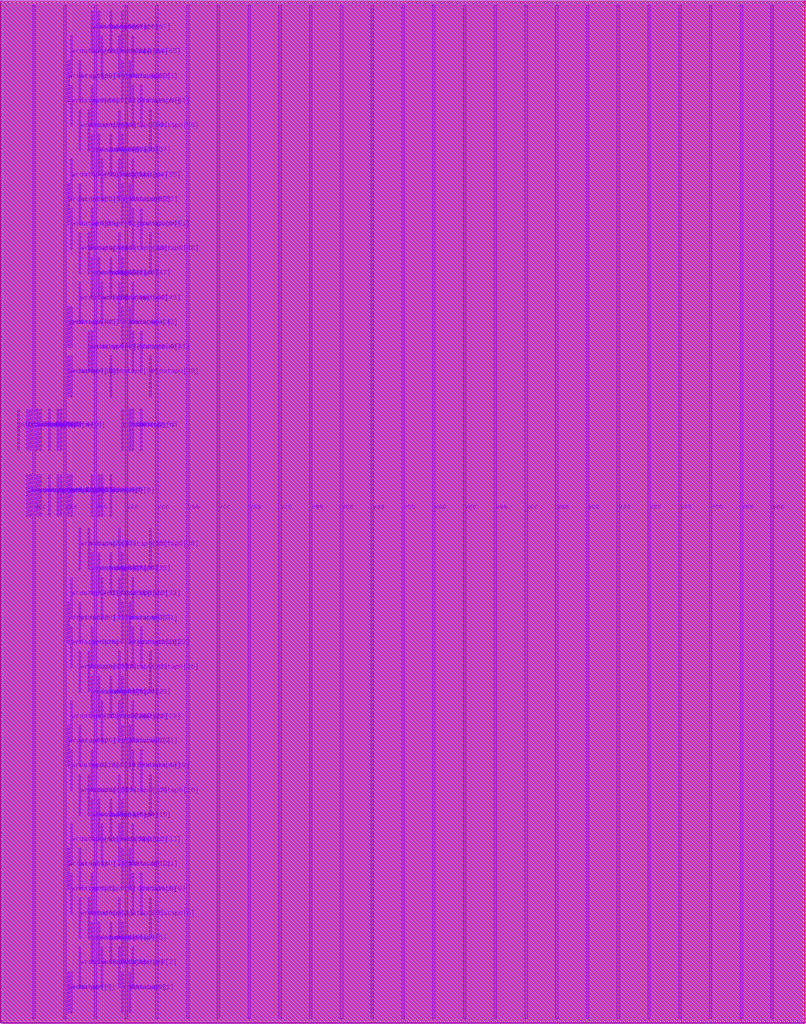
<source format=lef>
VERSION 5.8 ;
BUSBITCHARS "[]" ;
DIVIDERCHAR "/" ;

UNITS
  DATABASE MICRONS 4000 ;
END UNITS

MANUFACTURINGGRID 0.0005 ;

MACRO arf066b128e1r1w0cbbehsaa4acw
  CLASS BLOCK ;
  ORIGIN 0 0 ;
  FOREIGN arf066b128e1r1w0cbbehsaa4acw 0 0 ;
  SIZE 23.4 BY 29.76 ;
  PIN ckrdp0
    DIRECTION INPUT ;
    USE SIGNAL ;
    PORT
      LAYER m7 ;
        RECT 3.472 16.68 3.516 17.88 ;
    END
  END ckrdp0
  PIN ckwrp0
    DIRECTION INPUT ;
    USE SIGNAL ;
    PORT
      LAYER m7 ;
        RECT 0.684 14.76 0.728 15.96 ;
    END
  END ckwrp0
  PIN rdaddrp0[0]
    DIRECTION INPUT ;
    USE SIGNAL ;
    PORT
      LAYER m7 ;
        RECT 0.684 16.68 0.728 17.88 ;
    END
  END rdaddrp0[0]
  PIN rdaddrp0[1]
    DIRECTION INPUT ;
    USE SIGNAL ;
    PORT
      LAYER m7 ;
        RECT 0.772 16.68 0.816 17.88 ;
    END
  END rdaddrp0[1]
  PIN rdaddrp0[2]
    DIRECTION INPUT ;
    USE SIGNAL ;
    PORT
      LAYER m7 ;
        RECT 0.984 16.68 1.028 17.88 ;
    END
  END rdaddrp0[2]
  PIN rdaddrp0[3]
    DIRECTION INPUT ;
    USE SIGNAL ;
    PORT
      LAYER m7 ;
        RECT 1.072 16.68 1.116 17.88 ;
    END
  END rdaddrp0[3]
  PIN rdaddrp0[4]
    DIRECTION INPUT ;
    USE SIGNAL ;
    PORT
      LAYER m7 ;
        RECT 1.328 16.68 1.372 17.88 ;
    END
  END rdaddrp0[4]
  PIN rdaddrp0[5]
    DIRECTION INPUT ;
    USE SIGNAL ;
    PORT
      LAYER m7 ;
        RECT 1.584 16.68 1.628 17.88 ;
    END
  END rdaddrp0[5]
  PIN rdaddrp0[6]
    DIRECTION INPUT ;
    USE SIGNAL ;
    PORT
      LAYER m7 ;
        RECT 1.672 16.68 1.716 17.88 ;
    END
  END rdaddrp0[6]
  PIN rdaddrp0_fd
    DIRECTION INPUT ;
    USE SIGNAL ;
    PORT
      LAYER m7 ;
        RECT 3.684 16.68 3.728 17.88 ;
    END
  END rdaddrp0_fd
  PIN rdaddrp0_rd
    DIRECTION INPUT ;
    USE SIGNAL ;
    PORT
      LAYER m7 ;
        RECT 3.772 16.68 3.816 17.88 ;
    END
  END rdaddrp0_rd
  PIN rddatap0[0]
    DIRECTION OUTPUT ;
    USE SIGNAL ;
    PORT
      LAYER m7 ;
        RECT 3.472 0.24 3.516 1.44 ;
    END
  END rddatap0[0]
  PIN rddatap0[10]
    DIRECTION OUTPUT ;
    USE SIGNAL ;
    PORT
      LAYER m7 ;
        RECT 3.472 3.84 3.516 5.04 ;
    END
  END rddatap0[10]
  PIN rddatap0[11]
    DIRECTION OUTPUT ;
    USE SIGNAL ;
    PORT
      LAYER m7 ;
        RECT 3.684 3.84 3.728 5.04 ;
    END
  END rddatap0[11]
  PIN rddatap0[12]
    DIRECTION OUTPUT ;
    USE SIGNAL ;
    PORT
      LAYER m7 ;
        RECT 3.384 4.56 3.428 5.76 ;
    END
  END rddatap0[12]
  PIN rddatap0[13]
    DIRECTION OUTPUT ;
    USE SIGNAL ;
    PORT
      LAYER m7 ;
        RECT 3.772 4.56 3.816 5.76 ;
    END
  END rddatap0[13]
  PIN rddatap0[14]
    DIRECTION OUTPUT ;
    USE SIGNAL ;
    PORT
      LAYER m7 ;
        RECT 3.128 5.28 3.172 6.48 ;
    END
  END rddatap0[14]
  PIN rddatap0[15]
    DIRECTION OUTPUT ;
    USE SIGNAL ;
    PORT
      LAYER m7 ;
        RECT 3.472 5.28 3.516 6.48 ;
    END
  END rddatap0[15]
  PIN rddatap0[16]
    DIRECTION OUTPUT ;
    USE SIGNAL ;
    PORT
      LAYER m7 ;
        RECT 4.284 6 4.328 7.2 ;
    END
  END rddatap0[16]
  PIN rddatap0[17]
    DIRECTION OUTPUT ;
    USE SIGNAL ;
    PORT
      LAYER m7 ;
        RECT 3.384 6 3.428 7.2 ;
    END
  END rddatap0[17]
  PIN rddatap0[18]
    DIRECTION OUTPUT ;
    USE SIGNAL ;
    PORT
      LAYER m7 ;
        RECT 3.772 6.72 3.816 7.92 ;
    END
  END rddatap0[18]
  PIN rddatap0[19]
    DIRECTION OUTPUT ;
    USE SIGNAL ;
    PORT
      LAYER m7 ;
        RECT 4.028 6.72 4.072 7.92 ;
    END
  END rddatap0[19]
  PIN rddatap0[1]
    DIRECTION OUTPUT ;
    USE SIGNAL ;
    PORT
      LAYER m7 ;
        RECT 3.684 0.24 3.728 1.44 ;
    END
  END rddatap0[1]
  PIN rddatap0[20]
    DIRECTION OUTPUT ;
    USE SIGNAL ;
    PORT
      LAYER m7 ;
        RECT 3.472 7.44 3.516 8.64 ;
    END
  END rddatap0[20]
  PIN rddatap0[21]
    DIRECTION OUTPUT ;
    USE SIGNAL ;
    PORT
      LAYER m7 ;
        RECT 3.684 7.44 3.728 8.64 ;
    END
  END rddatap0[21]
  PIN rddatap0[22]
    DIRECTION OUTPUT ;
    USE SIGNAL ;
    PORT
      LAYER m7 ;
        RECT 3.384 8.16 3.428 9.36 ;
    END
  END rddatap0[22]
  PIN rddatap0[23]
    DIRECTION OUTPUT ;
    USE SIGNAL ;
    PORT
      LAYER m7 ;
        RECT 3.772 8.16 3.816 9.36 ;
    END
  END rddatap0[23]
  PIN rddatap0[24]
    DIRECTION OUTPUT ;
    USE SIGNAL ;
    PORT
      LAYER m7 ;
        RECT 3.128 8.88 3.172 10.08 ;
    END
  END rddatap0[24]
  PIN rddatap0[25]
    DIRECTION OUTPUT ;
    USE SIGNAL ;
    PORT
      LAYER m7 ;
        RECT 3.472 8.88 3.516 10.08 ;
    END
  END rddatap0[25]
  PIN rddatap0[26]
    DIRECTION OUTPUT ;
    USE SIGNAL ;
    PORT
      LAYER m7 ;
        RECT 4.284 9.6 4.328 10.8 ;
    END
  END rddatap0[26]
  PIN rddatap0[27]
    DIRECTION OUTPUT ;
    USE SIGNAL ;
    PORT
      LAYER m7 ;
        RECT 3.384 9.6 3.428 10.8 ;
    END
  END rddatap0[27]
  PIN rddatap0[28]
    DIRECTION OUTPUT ;
    USE SIGNAL ;
    PORT
      LAYER m7 ;
        RECT 3.772 10.32 3.816 11.52 ;
    END
  END rddatap0[28]
  PIN rddatap0[29]
    DIRECTION OUTPUT ;
    USE SIGNAL ;
    PORT
      LAYER m7 ;
        RECT 4.028 10.32 4.072 11.52 ;
    END
  END rddatap0[29]
  PIN rddatap0[2]
    DIRECTION OUTPUT ;
    USE SIGNAL ;
    PORT
      LAYER m7 ;
        RECT 3.384 0.96 3.428 2.16 ;
    END
  END rddatap0[2]
  PIN rddatap0[30]
    DIRECTION OUTPUT ;
    USE SIGNAL ;
    PORT
      LAYER m7 ;
        RECT 3.472 11.04 3.516 12.24 ;
    END
  END rddatap0[30]
  PIN rddatap0[31]
    DIRECTION OUTPUT ;
    USE SIGNAL ;
    PORT
      LAYER m7 ;
        RECT 3.684 11.04 3.728 12.24 ;
    END
  END rddatap0[31]
  PIN rddatap0[32]
    DIRECTION OUTPUT ;
    USE SIGNAL ;
    PORT
      LAYER m7 ;
        RECT 3.384 11.76 3.428 12.96 ;
    END
  END rddatap0[32]
  PIN rddatap0[33]
    DIRECTION OUTPUT ;
    USE SIGNAL ;
    PORT
      LAYER m7 ;
        RECT 3.772 11.76 3.816 12.96 ;
    END
  END rddatap0[33]
  PIN rddatap0[34]
    DIRECTION OUTPUT ;
    USE SIGNAL ;
    PORT
      LAYER m7 ;
        RECT 3.128 12.48 3.172 13.68 ;
    END
  END rddatap0[34]
  PIN rddatap0[35]
    DIRECTION OUTPUT ;
    USE SIGNAL ;
    PORT
      LAYER m7 ;
        RECT 3.472 12.48 3.516 13.68 ;
    END
  END rddatap0[35]
  PIN rddatap0[36]
    DIRECTION OUTPUT ;
    USE SIGNAL ;
    PORT
      LAYER m7 ;
        RECT 4.284 13.2 4.328 14.4 ;
    END
  END rddatap0[36]
  PIN rddatap0[37]
    DIRECTION OUTPUT ;
    USE SIGNAL ;
    PORT
      LAYER m7 ;
        RECT 3.384 13.2 3.428 14.4 ;
    END
  END rddatap0[37]
  PIN rddatap0[38]
    DIRECTION OUTPUT ;
    USE SIGNAL ;
    PORT
      LAYER m7 ;
        RECT 4.284 18.24 4.328 19.44 ;
    END
  END rddatap0[38]
  PIN rddatap0[39]
    DIRECTION OUTPUT ;
    USE SIGNAL ;
    PORT
      LAYER m7 ;
        RECT 3.128 18.24 3.172 19.44 ;
    END
  END rddatap0[39]
  PIN rddatap0[3]
    DIRECTION OUTPUT ;
    USE SIGNAL ;
    PORT
      LAYER m7 ;
        RECT 3.772 0.96 3.816 2.16 ;
    END
  END rddatap0[3]
  PIN rddatap0[40]
    DIRECTION OUTPUT ;
    USE SIGNAL ;
    PORT
      LAYER m7 ;
        RECT 3.772 18.96 3.816 20.16 ;
    END
  END rddatap0[40]
  PIN rddatap0[41]
    DIRECTION OUTPUT ;
    USE SIGNAL ;
    PORT
      LAYER m7 ;
        RECT 4.028 18.96 4.072 20.16 ;
    END
  END rddatap0[41]
  PIN rddatap0[42]
    DIRECTION OUTPUT ;
    USE SIGNAL ;
    PORT
      LAYER m7 ;
        RECT 3.472 19.68 3.516 20.88 ;
    END
  END rddatap0[42]
  PIN rddatap0[43]
    DIRECTION OUTPUT ;
    USE SIGNAL ;
    PORT
      LAYER m7 ;
        RECT 3.684 19.68 3.728 20.88 ;
    END
  END rddatap0[43]
  PIN rddatap0[44]
    DIRECTION OUTPUT ;
    USE SIGNAL ;
    PORT
      LAYER m7 ;
        RECT 3.384 20.4 3.428 21.6 ;
    END
  END rddatap0[44]
  PIN rddatap0[45]
    DIRECTION OUTPUT ;
    USE SIGNAL ;
    PORT
      LAYER m7 ;
        RECT 3.772 20.4 3.816 21.6 ;
    END
  END rddatap0[45]
  PIN rddatap0[46]
    DIRECTION OUTPUT ;
    USE SIGNAL ;
    PORT
      LAYER m7 ;
        RECT 3.128 21.12 3.172 22.32 ;
    END
  END rddatap0[46]
  PIN rddatap0[47]
    DIRECTION OUTPUT ;
    USE SIGNAL ;
    PORT
      LAYER m7 ;
        RECT 3.472 21.12 3.516 22.32 ;
    END
  END rddatap0[47]
  PIN rddatap0[48]
    DIRECTION OUTPUT ;
    USE SIGNAL ;
    PORT
      LAYER m7 ;
        RECT 4.284 21.84 4.328 23.04 ;
    END
  END rddatap0[48]
  PIN rddatap0[49]
    DIRECTION OUTPUT ;
    USE SIGNAL ;
    PORT
      LAYER m7 ;
        RECT 3.384 21.84 3.428 23.04 ;
    END
  END rddatap0[49]
  PIN rddatap0[4]
    DIRECTION OUTPUT ;
    USE SIGNAL ;
    PORT
      LAYER m7 ;
        RECT 3.128 1.68 3.172 2.88 ;
    END
  END rddatap0[4]
  PIN rddatap0[50]
    DIRECTION OUTPUT ;
    USE SIGNAL ;
    PORT
      LAYER m7 ;
        RECT 3.772 22.56 3.816 23.76 ;
    END
  END rddatap0[50]
  PIN rddatap0[51]
    DIRECTION OUTPUT ;
    USE SIGNAL ;
    PORT
      LAYER m7 ;
        RECT 4.028 22.56 4.072 23.76 ;
    END
  END rddatap0[51]
  PIN rddatap0[52]
    DIRECTION OUTPUT ;
    USE SIGNAL ;
    PORT
      LAYER m7 ;
        RECT 3.472 23.28 3.516 24.48 ;
    END
  END rddatap0[52]
  PIN rddatap0[53]
    DIRECTION OUTPUT ;
    USE SIGNAL ;
    PORT
      LAYER m7 ;
        RECT 3.684 23.28 3.728 24.48 ;
    END
  END rddatap0[53]
  PIN rddatap0[54]
    DIRECTION OUTPUT ;
    USE SIGNAL ;
    PORT
      LAYER m7 ;
        RECT 3.384 24 3.428 25.2 ;
    END
  END rddatap0[54]
  PIN rddatap0[55]
    DIRECTION OUTPUT ;
    USE SIGNAL ;
    PORT
      LAYER m7 ;
        RECT 3.772 24 3.816 25.2 ;
    END
  END rddatap0[55]
  PIN rddatap0[56]
    DIRECTION OUTPUT ;
    USE SIGNAL ;
    PORT
      LAYER m7 ;
        RECT 3.128 24.72 3.172 25.92 ;
    END
  END rddatap0[56]
  PIN rddatap0[57]
    DIRECTION OUTPUT ;
    USE SIGNAL ;
    PORT
      LAYER m7 ;
        RECT 3.472 24.72 3.516 25.92 ;
    END
  END rddatap0[57]
  PIN rddatap0[58]
    DIRECTION OUTPUT ;
    USE SIGNAL ;
    PORT
      LAYER m7 ;
        RECT 4.284 25.44 4.328 26.64 ;
    END
  END rddatap0[58]
  PIN rddatap0[59]
    DIRECTION OUTPUT ;
    USE SIGNAL ;
    PORT
      LAYER m7 ;
        RECT 3.384 25.44 3.428 26.64 ;
    END
  END rddatap0[59]
  PIN rddatap0[5]
    DIRECTION OUTPUT ;
    USE SIGNAL ;
    PORT
      LAYER m7 ;
        RECT 3.472 1.68 3.516 2.88 ;
    END
  END rddatap0[5]
  PIN rddatap0[60]
    DIRECTION OUTPUT ;
    USE SIGNAL ;
    PORT
      LAYER m7 ;
        RECT 3.772 26.16 3.816 27.36 ;
    END
  END rddatap0[60]
  PIN rddatap0[61]
    DIRECTION OUTPUT ;
    USE SIGNAL ;
    PORT
      LAYER m7 ;
        RECT 4.028 26.16 4.072 27.36 ;
    END
  END rddatap0[61]
  PIN rddatap0[62]
    DIRECTION OUTPUT ;
    USE SIGNAL ;
    PORT
      LAYER m7 ;
        RECT 3.472 26.88 3.516 28.08 ;
    END
  END rddatap0[62]
  PIN rddatap0[63]
    DIRECTION OUTPUT ;
    USE SIGNAL ;
    PORT
      LAYER m7 ;
        RECT 3.684 26.88 3.728 28.08 ;
    END
  END rddatap0[63]
  PIN rddatap0[64]
    DIRECTION OUTPUT ;
    USE SIGNAL ;
    PORT
      LAYER m7 ;
        RECT 3.384 27.6 3.428 28.8 ;
    END
  END rddatap0[64]
  PIN rddatap0[65]
    DIRECTION OUTPUT ;
    USE SIGNAL ;
    PORT
      LAYER m7 ;
        RECT 3.772 27.6 3.816 28.8 ;
    END
  END rddatap0[65]
  PIN rddatap0[66]
    DIRECTION OUTPUT ;
    USE SIGNAL ;
    PORT
      LAYER m7 ;
        RECT 3.128 28.32 3.172 29.52 ;
    END
  END rddatap0[66]
  PIN rddatap0[67]
    DIRECTION OUTPUT ;
    USE SIGNAL ;
    PORT
      LAYER m7 ;
        RECT 3.472 28.32 3.516 29.52 ;
    END
  END rddatap0[67]
  PIN rddatap0[6]
    DIRECTION OUTPUT ;
    USE SIGNAL ;
    PORT
      LAYER m7 ;
        RECT 4.284 2.4 4.328 3.6 ;
    END
  END rddatap0[6]
  PIN rddatap0[7]
    DIRECTION OUTPUT ;
    USE SIGNAL ;
    PORT
      LAYER m7 ;
        RECT 3.384 2.4 3.428 3.6 ;
    END
  END rddatap0[7]
  PIN rddatap0[8]
    DIRECTION OUTPUT ;
    USE SIGNAL ;
    PORT
      LAYER m7 ;
        RECT 3.772 3.12 3.816 4.32 ;
    END
  END rddatap0[8]
  PIN rddatap0[9]
    DIRECTION OUTPUT ;
    USE SIGNAL ;
    PORT
      LAYER m7 ;
        RECT 4.028 3.12 4.072 4.32 ;
    END
  END rddatap0[9]
  PIN rdenp0
    DIRECTION INPUT ;
    USE SIGNAL ;
    PORT
      LAYER m7 ;
        RECT 4.028 16.68 4.072 17.88 ;
    END
  END rdenp0
  PIN sdl_initp0
    DIRECTION INPUT ;
    USE SIGNAL ;
    PORT
      LAYER m7 ;
        RECT 0.428 16.68 0.472 17.88 ;
    END
  END sdl_initp0
  PIN vcc
    DIRECTION INPUT ;
    USE POWER ;
    PORT
      LAYER m7 ;
        RECT 22.462 0.06 22.538 29.7 ;
    END
    PORT
      LAYER m7 ;
        RECT 20.662 0.06 20.738 29.7 ;
    END
    PORT
      LAYER m7 ;
        RECT 18.862 0.06 18.938 29.7 ;
    END
    PORT
      LAYER m7 ;
        RECT 17.062 0.06 17.138 29.7 ;
    END
    PORT
      LAYER m7 ;
        RECT 15.262 0.06 15.338 29.7 ;
    END
    PORT
      LAYER m7 ;
        RECT 13.462 0.06 13.538 29.7 ;
    END
    PORT
      LAYER m7 ;
        RECT 11.662 0.06 11.738 29.7 ;
    END
    PORT
      LAYER m7 ;
        RECT 9.862 0.06 9.938 29.7 ;
    END
    PORT
      LAYER m7 ;
        RECT 8.062 0.06 8.138 29.7 ;
    END
    PORT
      LAYER m7 ;
        RECT 6.262 0.06 6.338 29.7 ;
    END
    PORT
      LAYER m7 ;
        RECT 4.462 0.06 4.538 29.7 ;
    END
    PORT
      LAYER m7 ;
        RECT 2.662 0.06 2.738 29.7 ;
    END
    PORT
      LAYER m7 ;
        RECT 0.862 0.06 0.938 29.7 ;
    END
  END vcc
  PIN vss
    DIRECTION INOUT ;
    USE GROUND ;
    PORT
      LAYER m7 ;
        RECT 21.562 0.06 21.638 29.7 ;
    END
    PORT
      LAYER m7 ;
        RECT 19.762 0.06 19.838 29.7 ;
    END
    PORT
      LAYER m7 ;
        RECT 17.962 0.06 18.038 29.7 ;
    END
    PORT
      LAYER m7 ;
        RECT 16.162 0.06 16.238 29.7 ;
    END
    PORT
      LAYER m7 ;
        RECT 14.362 0.06 14.438 29.7 ;
    END
    PORT
      LAYER m7 ;
        RECT 12.562 0.06 12.638 29.7 ;
    END
    PORT
      LAYER m7 ;
        RECT 10.762 0.06 10.838 29.7 ;
    END
    PORT
      LAYER m7 ;
        RECT 8.962 0.06 9.038 29.7 ;
    END
    PORT
      LAYER m7 ;
        RECT 7.162 0.06 7.238 29.7 ;
    END
    PORT
      LAYER m7 ;
        RECT 5.362 0.06 5.438 29.7 ;
    END
    PORT
      LAYER m7 ;
        RECT 3.562 0.06 3.638 29.7 ;
    END
    PORT
      LAYER m7 ;
        RECT 1.762 0.06 1.838 29.7 ;
    END
  END vss
  PIN wraddrp0[0]
    DIRECTION INPUT ;
    USE SIGNAL ;
    PORT
      LAYER m7 ;
        RECT 1.672 14.76 1.716 15.96 ;
    END
  END wraddrp0[0]
  PIN wraddrp0[1]
    DIRECTION INPUT ;
    USE SIGNAL ;
    PORT
      LAYER m7 ;
        RECT 1.884 14.76 1.928 15.96 ;
    END
  END wraddrp0[1]
  PIN wraddrp0[2]
    DIRECTION INPUT ;
    USE SIGNAL ;
    PORT
      LAYER m7 ;
        RECT 1.972 14.76 2.016 15.96 ;
    END
  END wraddrp0[2]
  PIN wraddrp0[3]
    DIRECTION INPUT ;
    USE SIGNAL ;
    PORT
      LAYER m7 ;
        RECT 2.572 14.76 2.616 15.96 ;
    END
  END wraddrp0[3]
  PIN wraddrp0[4]
    DIRECTION INPUT ;
    USE SIGNAL ;
    PORT
      LAYER m7 ;
        RECT 2.784 14.76 2.828 15.96 ;
    END
  END wraddrp0[4]
  PIN wraddrp0[5]
    DIRECTION INPUT ;
    USE SIGNAL ;
    PORT
      LAYER m7 ;
        RECT 2.872 14.76 2.916 15.96 ;
    END
  END wraddrp0[5]
  PIN wraddrp0[6]
    DIRECTION INPUT ;
    USE SIGNAL ;
    PORT
      LAYER m7 ;
        RECT 3.128 14.76 3.172 15.96 ;
    END
  END wraddrp0[6]
  PIN wraddrp0_fd
    DIRECTION INPUT ;
    USE SIGNAL ;
    PORT
      LAYER m7 ;
        RECT 0.772 14.76 0.816 15.96 ;
    END
  END wraddrp0_fd
  PIN wraddrp0_rd
    DIRECTION INPUT ;
    USE SIGNAL ;
    PORT
      LAYER m7 ;
        RECT 0.984 14.76 1.028 15.96 ;
    END
  END wraddrp0_rd
  PIN wrdatap0[0]
    DIRECTION INPUT ;
    USE SIGNAL ;
    PORT
      LAYER m7 ;
        RECT 1.884 0.24 1.928 1.44 ;
    END
  END wrdatap0[0]
  PIN wrdatap0[10]
    DIRECTION INPUT ;
    USE SIGNAL ;
    PORT
      LAYER m7 ;
        RECT 1.884 3.84 1.928 5.04 ;
    END
  END wrdatap0[10]
  PIN wrdatap0[11]
    DIRECTION INPUT ;
    USE SIGNAL ;
    PORT
      LAYER m7 ;
        RECT 2.228 3.84 2.272 5.04 ;
    END
  END wrdatap0[11]
  PIN wrdatap0[12]
    DIRECTION INPUT ;
    USE SIGNAL ;
    PORT
      LAYER m7 ;
        RECT 2.872 4.56 2.916 5.76 ;
    END
  END wrdatap0[12]
  PIN wrdatap0[13]
    DIRECTION INPUT ;
    USE SIGNAL ;
    PORT
      LAYER m7 ;
        RECT 1.972 4.56 2.016 5.76 ;
    END
  END wrdatap0[13]
  PIN wrdatap0[14]
    DIRECTION INPUT ;
    USE SIGNAL ;
    PORT
      LAYER m7 ;
        RECT 2.572 5.28 2.616 6.48 ;
    END
  END wrdatap0[14]
  PIN wrdatap0[15]
    DIRECTION INPUT ;
    USE SIGNAL ;
    PORT
      LAYER m7 ;
        RECT 2.784 5.28 2.828 6.48 ;
    END
  END wrdatap0[15]
  PIN wrdatap0[16]
    DIRECTION INPUT ;
    USE SIGNAL ;
    PORT
      LAYER m7 ;
        RECT 2.228 6 2.272 7.2 ;
    END
  END wrdatap0[16]
  PIN wrdatap0[17]
    DIRECTION INPUT ;
    USE SIGNAL ;
    PORT
      LAYER m7 ;
        RECT 2.484 6 2.528 7.2 ;
    END
  END wrdatap0[17]
  PIN wrdatap0[18]
    DIRECTION INPUT ;
    USE SIGNAL ;
    PORT
      LAYER m7 ;
        RECT 1.972 6.72 2.016 7.92 ;
    END
  END wrdatap0[18]
  PIN wrdatap0[19]
    DIRECTION INPUT ;
    USE SIGNAL ;
    PORT
      LAYER m7 ;
        RECT 2.572 6.72 2.616 7.92 ;
    END
  END wrdatap0[19]
  PIN wrdatap0[1]
    DIRECTION INPUT ;
    USE SIGNAL ;
    PORT
      LAYER m7 ;
        RECT 1.972 0.24 2.016 1.44 ;
    END
  END wrdatap0[1]
  PIN wrdatap0[20]
    DIRECTION INPUT ;
    USE SIGNAL ;
    PORT
      LAYER m7 ;
        RECT 1.884 7.44 1.928 8.64 ;
    END
  END wrdatap0[20]
  PIN wrdatap0[21]
    DIRECTION INPUT ;
    USE SIGNAL ;
    PORT
      LAYER m7 ;
        RECT 2.228 7.44 2.272 8.64 ;
    END
  END wrdatap0[21]
  PIN wrdatap0[22]
    DIRECTION INPUT ;
    USE SIGNAL ;
    PORT
      LAYER m7 ;
        RECT 2.872 8.16 2.916 9.36 ;
    END
  END wrdatap0[22]
  PIN wrdatap0[23]
    DIRECTION INPUT ;
    USE SIGNAL ;
    PORT
      LAYER m7 ;
        RECT 1.972 8.16 2.016 9.36 ;
    END
  END wrdatap0[23]
  PIN wrdatap0[24]
    DIRECTION INPUT ;
    USE SIGNAL ;
    PORT
      LAYER m7 ;
        RECT 2.572 8.88 2.616 10.08 ;
    END
  END wrdatap0[24]
  PIN wrdatap0[25]
    DIRECTION INPUT ;
    USE SIGNAL ;
    PORT
      LAYER m7 ;
        RECT 2.784 8.88 2.828 10.08 ;
    END
  END wrdatap0[25]
  PIN wrdatap0[26]
    DIRECTION INPUT ;
    USE SIGNAL ;
    PORT
      LAYER m7 ;
        RECT 2.228 9.6 2.272 10.8 ;
    END
  END wrdatap0[26]
  PIN wrdatap0[27]
    DIRECTION INPUT ;
    USE SIGNAL ;
    PORT
      LAYER m7 ;
        RECT 2.484 9.6 2.528 10.8 ;
    END
  END wrdatap0[27]
  PIN wrdatap0[28]
    DIRECTION INPUT ;
    USE SIGNAL ;
    PORT
      LAYER m7 ;
        RECT 1.972 10.32 2.016 11.52 ;
    END
  END wrdatap0[28]
  PIN wrdatap0[29]
    DIRECTION INPUT ;
    USE SIGNAL ;
    PORT
      LAYER m7 ;
        RECT 2.572 10.32 2.616 11.52 ;
    END
  END wrdatap0[29]
  PIN wrdatap0[2]
    DIRECTION INPUT ;
    USE SIGNAL ;
    PORT
      LAYER m7 ;
        RECT 2.872 0.96 2.916 2.16 ;
    END
  END wrdatap0[2]
  PIN wrdatap0[30]
    DIRECTION INPUT ;
    USE SIGNAL ;
    PORT
      LAYER m7 ;
        RECT 1.884 11.04 1.928 12.24 ;
    END
  END wrdatap0[30]
  PIN wrdatap0[31]
    DIRECTION INPUT ;
    USE SIGNAL ;
    PORT
      LAYER m7 ;
        RECT 2.228 11.04 2.272 12.24 ;
    END
  END wrdatap0[31]
  PIN wrdatap0[32]
    DIRECTION INPUT ;
    USE SIGNAL ;
    PORT
      LAYER m7 ;
        RECT 2.872 11.76 2.916 12.96 ;
    END
  END wrdatap0[32]
  PIN wrdatap0[33]
    DIRECTION INPUT ;
    USE SIGNAL ;
    PORT
      LAYER m7 ;
        RECT 1.972 11.76 2.016 12.96 ;
    END
  END wrdatap0[33]
  PIN wrdatap0[34]
    DIRECTION INPUT ;
    USE SIGNAL ;
    PORT
      LAYER m7 ;
        RECT 2.572 12.48 2.616 13.68 ;
    END
  END wrdatap0[34]
  PIN wrdatap0[35]
    DIRECTION INPUT ;
    USE SIGNAL ;
    PORT
      LAYER m7 ;
        RECT 2.784 12.48 2.828 13.68 ;
    END
  END wrdatap0[35]
  PIN wrdatap0[36]
    DIRECTION INPUT ;
    USE SIGNAL ;
    PORT
      LAYER m7 ;
        RECT 2.228 13.2 2.272 14.4 ;
    END
  END wrdatap0[36]
  PIN wrdatap0[37]
    DIRECTION INPUT ;
    USE SIGNAL ;
    PORT
      LAYER m7 ;
        RECT 2.484 13.2 2.528 14.4 ;
    END
  END wrdatap0[37]
  PIN wrdatap0[38]
    DIRECTION INPUT ;
    USE SIGNAL ;
    PORT
      LAYER m7 ;
        RECT 1.884 18.24 1.928 19.44 ;
    END
  END wrdatap0[38]
  PIN wrdatap0[39]
    DIRECTION INPUT ;
    USE SIGNAL ;
    PORT
      LAYER m7 ;
        RECT 1.972 18.24 2.016 19.44 ;
    END
  END wrdatap0[39]
  PIN wrdatap0[3]
    DIRECTION INPUT ;
    USE SIGNAL ;
    PORT
      LAYER m7 ;
        RECT 2.228 0.96 2.272 2.16 ;
    END
  END wrdatap0[3]
  PIN wrdatap0[40]
    DIRECTION INPUT ;
    USE SIGNAL ;
    PORT
      LAYER m7 ;
        RECT 2.484 18.96 2.528 20.16 ;
    END
  END wrdatap0[40]
  PIN wrdatap0[41]
    DIRECTION INPUT ;
    USE SIGNAL ;
    PORT
      LAYER m7 ;
        RECT 2.572 18.96 2.616 20.16 ;
    END
  END wrdatap0[41]
  PIN wrdatap0[42]
    DIRECTION INPUT ;
    USE SIGNAL ;
    PORT
      LAYER m7 ;
        RECT 1.884 19.68 1.928 20.88 ;
    END
  END wrdatap0[42]
  PIN wrdatap0[43]
    DIRECTION INPUT ;
    USE SIGNAL ;
    PORT
      LAYER m7 ;
        RECT 1.972 19.68 2.016 20.88 ;
    END
  END wrdatap0[43]
  PIN wrdatap0[44]
    DIRECTION INPUT ;
    USE SIGNAL ;
    PORT
      LAYER m7 ;
        RECT 2.872 20.4 2.916 21.6 ;
    END
  END wrdatap0[44]
  PIN wrdatap0[45]
    DIRECTION INPUT ;
    USE SIGNAL ;
    PORT
      LAYER m7 ;
        RECT 2.228 20.4 2.272 21.6 ;
    END
  END wrdatap0[45]
  PIN wrdatap0[46]
    DIRECTION INPUT ;
    USE SIGNAL ;
    PORT
      LAYER m7 ;
        RECT 2.572 21.12 2.616 22.32 ;
    END
  END wrdatap0[46]
  PIN wrdatap0[47]
    DIRECTION INPUT ;
    USE SIGNAL ;
    PORT
      LAYER m7 ;
        RECT 2.784 21.12 2.828 22.32 ;
    END
  END wrdatap0[47]
  PIN wrdatap0[48]
    DIRECTION INPUT ;
    USE SIGNAL ;
    PORT
      LAYER m7 ;
        RECT 2.228 21.84 2.272 23.04 ;
    END
  END wrdatap0[48]
  PIN wrdatap0[49]
    DIRECTION INPUT ;
    USE SIGNAL ;
    PORT
      LAYER m7 ;
        RECT 2.484 21.84 2.528 23.04 ;
    END
  END wrdatap0[49]
  PIN wrdatap0[4]
    DIRECTION INPUT ;
    USE SIGNAL ;
    PORT
      LAYER m7 ;
        RECT 2.572 1.68 2.616 2.88 ;
    END
  END wrdatap0[4]
  PIN wrdatap0[50]
    DIRECTION INPUT ;
    USE SIGNAL ;
    PORT
      LAYER m7 ;
        RECT 1.972 22.56 2.016 23.76 ;
    END
  END wrdatap0[50]
  PIN wrdatap0[51]
    DIRECTION INPUT ;
    USE SIGNAL ;
    PORT
      LAYER m7 ;
        RECT 2.572 22.56 2.616 23.76 ;
    END
  END wrdatap0[51]
  PIN wrdatap0[52]
    DIRECTION INPUT ;
    USE SIGNAL ;
    PORT
      LAYER m7 ;
        RECT 1.884 23.28 1.928 24.48 ;
    END
  END wrdatap0[52]
  PIN wrdatap0[53]
    DIRECTION INPUT ;
    USE SIGNAL ;
    PORT
      LAYER m7 ;
        RECT 2.228 23.28 2.272 24.48 ;
    END
  END wrdatap0[53]
  PIN wrdatap0[54]
    DIRECTION INPUT ;
    USE SIGNAL ;
    PORT
      LAYER m7 ;
        RECT 2.872 24 2.916 25.2 ;
    END
  END wrdatap0[54]
  PIN wrdatap0[55]
    DIRECTION INPUT ;
    USE SIGNAL ;
    PORT
      LAYER m7 ;
        RECT 1.972 24 2.016 25.2 ;
    END
  END wrdatap0[55]
  PIN wrdatap0[56]
    DIRECTION INPUT ;
    USE SIGNAL ;
    PORT
      LAYER m7 ;
        RECT 2.572 24.72 2.616 25.92 ;
    END
  END wrdatap0[56]
  PIN wrdatap0[57]
    DIRECTION INPUT ;
    USE SIGNAL ;
    PORT
      LAYER m7 ;
        RECT 2.784 24.72 2.828 25.92 ;
    END
  END wrdatap0[57]
  PIN wrdatap0[58]
    DIRECTION INPUT ;
    USE SIGNAL ;
    PORT
      LAYER m7 ;
        RECT 2.228 25.44 2.272 26.64 ;
    END
  END wrdatap0[58]
  PIN wrdatap0[59]
    DIRECTION INPUT ;
    USE SIGNAL ;
    PORT
      LAYER m7 ;
        RECT 2.484 25.44 2.528 26.64 ;
    END
  END wrdatap0[59]
  PIN wrdatap0[5]
    DIRECTION INPUT ;
    USE SIGNAL ;
    PORT
      LAYER m7 ;
        RECT 2.784 1.68 2.828 2.88 ;
    END
  END wrdatap0[5]
  PIN wrdatap0[60]
    DIRECTION INPUT ;
    USE SIGNAL ;
    PORT
      LAYER m7 ;
        RECT 1.972 26.16 2.016 27.36 ;
    END
  END wrdatap0[60]
  PIN wrdatap0[61]
    DIRECTION INPUT ;
    USE SIGNAL ;
    PORT
      LAYER m7 ;
        RECT 2.572 26.16 2.616 27.36 ;
    END
  END wrdatap0[61]
  PIN wrdatap0[62]
    DIRECTION INPUT ;
    USE SIGNAL ;
    PORT
      LAYER m7 ;
        RECT 1.884 26.88 1.928 28.08 ;
    END
  END wrdatap0[62]
  PIN wrdatap0[63]
    DIRECTION INPUT ;
    USE SIGNAL ;
    PORT
      LAYER m7 ;
        RECT 2.228 26.88 2.272 28.08 ;
    END
  END wrdatap0[63]
  PIN wrdatap0[64]
    DIRECTION INPUT ;
    USE SIGNAL ;
    PORT
      LAYER m7 ;
        RECT 2.872 27.6 2.916 28.8 ;
    END
  END wrdatap0[64]
  PIN wrdatap0[65]
    DIRECTION INPUT ;
    USE SIGNAL ;
    PORT
      LAYER m7 ;
        RECT 1.972 27.6 2.016 28.8 ;
    END
  END wrdatap0[65]
  PIN wrdatap0[66]
    DIRECTION INPUT ;
    USE SIGNAL ;
    PORT
      LAYER m7 ;
        RECT 2.572 28.32 2.616 29.52 ;
    END
  END wrdatap0[66]
  PIN wrdatap0[67]
    DIRECTION INPUT ;
    USE SIGNAL ;
    PORT
      LAYER m7 ;
        RECT 2.784 28.32 2.828 29.52 ;
    END
  END wrdatap0[67]
  PIN wrdatap0[6]
    DIRECTION INPUT ;
    USE SIGNAL ;
    PORT
      LAYER m7 ;
        RECT 2.228 2.4 2.272 3.6 ;
    END
  END wrdatap0[6]
  PIN wrdatap0[7]
    DIRECTION INPUT ;
    USE SIGNAL ;
    PORT
      LAYER m7 ;
        RECT 2.484 2.4 2.528 3.6 ;
    END
  END wrdatap0[7]
  PIN wrdatap0[8]
    DIRECTION INPUT ;
    USE SIGNAL ;
    PORT
      LAYER m7 ;
        RECT 1.972 3.12 2.016 4.32 ;
    END
  END wrdatap0[8]
  PIN wrdatap0[9]
    DIRECTION INPUT ;
    USE SIGNAL ;
    PORT
      LAYER m7 ;
        RECT 2.572 3.12 2.616 4.32 ;
    END
  END wrdatap0[9]
  PIN wrdatap0_fd
    DIRECTION INPUT ;
    USE SIGNAL ;
    PORT
      LAYER m7 ;
        RECT 1.328 14.76 1.372 15.96 ;
    END
  END wrdatap0_fd
  PIN wrdatap0_rd
    DIRECTION INPUT ;
    USE SIGNAL ;
    PORT
      LAYER m7 ;
        RECT 1.584 14.76 1.628 15.96 ;
    END
  END wrdatap0_rd
  PIN wrenp0
    DIRECTION INPUT ;
    USE SIGNAL ;
    PORT
      LAYER m7 ;
        RECT 1.072 14.76 1.116 15.96 ;
    END
  END wrenp0
  OBS
    LAYER m0 SPACING 0 ;
      RECT 0 0 23.4 29.76 ;
    LAYER m1 SPACING 0 ;
      RECT 0 0 23.4 29.76 ;
    LAYER m2 SPACING 0 ;
      RECT -0.0705 -0.038 23.4705 29.798 ;
    LAYER m3 SPACING 0 ;
      RECT -0.035 -0.07 23.435 29.83 ;
    LAYER m4 SPACING 0 ;
      RECT -0.07 -0.038 23.47 29.798 ;
    LAYER m5 SPACING 0 ;
      RECT -0.059 -0.09 23.459 29.85 ;
    LAYER m6 SPACING 0 ;
      RECT -0.09 -0.062 23.49 29.822 ;
    LAYER m7 SPACING 0 ;
      RECT -0.092 -0.06 23.492 29.82 ;
  END
END arf066b128e1r1w0cbbehsaa4acw
END LIBRARY

</source>
